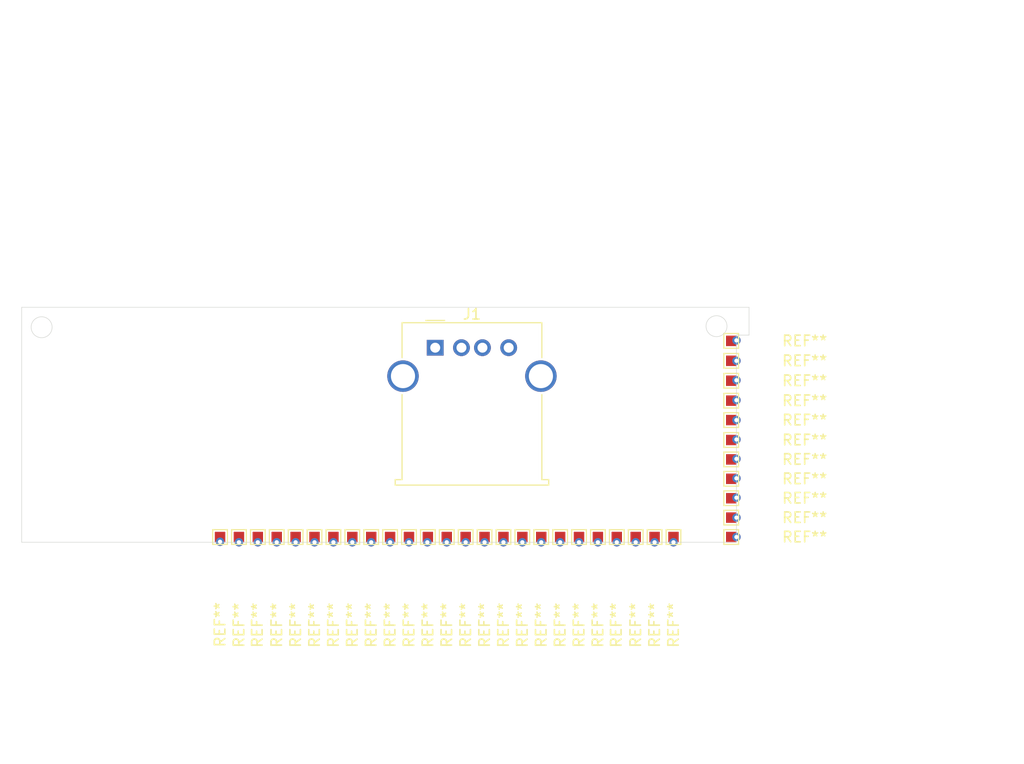
<source format=kicad_pcb>
(kicad_pcb (version 20171130) (host pcbnew "(5.1.10)-1")

  (general
    (thickness 1.6)
    (drawings 38)
    (tracks 37)
    (zones 0)
    (modules 37)
    (nets 6)
  )

  (page A4)
  (layers
    (0 F.Cu signal)
    (31 B.Cu signal)
    (32 B.Adhes user)
    (33 F.Adhes user)
    (34 B.Paste user)
    (35 F.Paste user)
    (36 B.SilkS user)
    (37 F.SilkS user)
    (38 B.Mask user)
    (39 F.Mask user)
    (40 Dwgs.User user hide)
    (41 Cmts.User user)
    (42 Eco1.User user)
    (43 Eco2.User user)
    (44 Edge.Cuts user)
    (45 Margin user)
    (46 B.CrtYd user)
    (47 F.CrtYd user)
    (48 B.Fab user)
    (49 F.Fab user)
  )

  (setup
    (last_trace_width 0.25)
    (trace_clearance 0.2)
    (zone_clearance 0.508)
    (zone_45_only no)
    (trace_min 0.2)
    (via_size 0.8)
    (via_drill 0.4)
    (via_min_size 0.4)
    (via_min_drill 0.3)
    (uvia_size 0.3)
    (uvia_drill 0.1)
    (uvias_allowed no)
    (uvia_min_size 0.2)
    (uvia_min_drill 0.1)
    (edge_width 0.05)
    (segment_width 0.2)
    (pcb_text_width 0.3)
    (pcb_text_size 1.5 1.5)
    (mod_edge_width 0.12)
    (mod_text_size 1 1)
    (mod_text_width 0.15)
    (pad_size 1 1)
    (pad_drill 0)
    (pad_to_mask_clearance 0)
    (aux_axis_origin 0 0)
    (grid_origin 145.316 113.332)
    (visible_elements 7FFFFFFF)
    (pcbplotparams
      (layerselection 0x010fc_ffffffff)
      (usegerberextensions false)
      (usegerberattributes true)
      (usegerberadvancedattributes true)
      (creategerberjobfile true)
      (excludeedgelayer true)
      (linewidth 0.100000)
      (plotframeref false)
      (viasonmask false)
      (mode 1)
      (useauxorigin false)
      (hpglpennumber 1)
      (hpglpenspeed 20)
      (hpglpendiameter 15.000000)
      (psnegative false)
      (psa4output false)
      (plotreference true)
      (plotvalue true)
      (plotinvisibletext false)
      (padsonsilk false)
      (subtractmaskfromsilk false)
      (outputformat 1)
      (mirror false)
      (drillshape 1)
      (scaleselection 1)
      (outputdirectory ""))
  )

  (net 0 "")
  (net 1 "Net-(J1-Pad4)")
  (net 2 "Net-(J1-Pad3)")
  (net 3 "Net-(J1-Pad2)")
  (net 4 "Net-(J1-Pad1)")
  (net 5 "Net-(J1-Pad5)")

  (net_class Default "This is the default net class."
    (clearance 0.2)
    (trace_width 0.25)
    (via_dia 0.8)
    (via_drill 0.4)
    (uvia_dia 0.3)
    (uvia_drill 0.1)
    (add_net "Net-(J1-Pad1)")
    (add_net "Net-(J1-Pad2)")
    (add_net "Net-(J1-Pad3)")
    (add_net "Net-(J1-Pad4)")
    (add_net "Net-(J1-Pad5)")
  )

  (module TestPoint:TestPoint_Pad_1.0x1.0mm (layer F.Cu) (tedit 6122484B) (tstamp 612316CB)
    (at 144.816 101.682)
    (descr "SMD rectangular pad as test Point, square 1.0mm side length")
    (tags "test point SMD pad rectangle square")
    (attr virtual)
    (fp_text reference REF** (at 7 0) (layer F.SilkS)
      (effects (font (size 1 1) (thickness 0.15)))
    )
    (fp_text value Y0 (at 2.9 0) (layer F.Fab)
      (effects (font (size 1 1) (thickness 0.15)))
    )
    (fp_line (start -0.7 -0.7) (end 0.7 -0.7) (layer F.SilkS) (width 0.12))
    (fp_line (start 0.7 -0.7) (end 0.7 0.7) (layer F.SilkS) (width 0.12))
    (fp_line (start 0.7 0.7) (end -0.7 0.7) (layer F.SilkS) (width 0.12))
    (fp_line (start -0.7 0.7) (end -0.7 -0.7) (layer F.SilkS) (width 0.12))
    (fp_line (start -1 -1) (end 1 -1) (layer F.CrtYd) (width 0.05))
    (fp_line (start -1 -1) (end -1 1) (layer F.CrtYd) (width 0.05))
    (fp_line (start 1 1) (end 1 -1) (layer F.CrtYd) (width 0.05))
    (fp_line (start 1 1) (end -1 1) (layer F.CrtYd) (width 0.05))
    (fp_text user %R (at 11.5 0) (layer F.Fab)
      (effects (font (size 1 1) (thickness 0.15)))
    )
    (pad 4 smd rect (at 0 0) (size 1 1) (layers F.Cu F.Mask))
  )

  (module TestPoint:TestPoint_Pad_1.0x1.0mm (layer F.Cu) (tedit 61219136) (tstamp 61230553)
    (at 96.116 112.832)
    (descr "SMD rectangular pad as test Point, square 1.0mm side length")
    (tags "test point SMD pad rectangle square")
    (attr virtual)
    (fp_text reference REF** (at 0 8.35 -270) (layer F.SilkS)
      (effects (font (size 1 1) (thickness 0.15)))
    )
    (fp_text value VDD (at 0 2.85 -90) (layer F.Fab)
      (effects (font (size 1 1) (thickness 0.15)))
    )
    (fp_text user %R (at 0 13.4 -90) (layer F.Fab)
      (effects (font (size 1 1) (thickness 0.15)))
    )
    (fp_line (start 1 1) (end -1 1) (layer F.CrtYd) (width 0.05))
    (fp_line (start 1 1) (end 1 -1) (layer F.CrtYd) (width 0.05))
    (fp_line (start -1 -1) (end -1 1) (layer F.CrtYd) (width 0.05))
    (fp_line (start -1 -1) (end 1 -1) (layer F.CrtYd) (width 0.05))
    (fp_line (start -0.7 0.7) (end -0.7 -0.7) (layer F.SilkS) (width 0.12))
    (fp_line (start 0.7 0.7) (end -0.7 0.7) (layer F.SilkS) (width 0.12))
    (fp_line (start 0.7 -0.7) (end 0.7 0.7) (layer F.SilkS) (width 0.12))
    (fp_line (start -0.7 -0.7) (end 0.7 -0.7) (layer F.SilkS) (width 0.12))
    (pad 35 smd rect (at 0 0) (size 1 1) (layers F.Cu F.Mask))
  )

  (module TestPoint:TestPoint_Pad_1.0x1.0mm (layer F.Cu) (tedit 61219132) (tstamp 612304DE)
    (at 97.916 112.832)
    (descr "SMD rectangular pad as test Point, square 1.0mm side length")
    (tags "test point SMD pad rectangle square")
    (attr virtual)
    (fp_text reference REF** (at 0 8.4 -90) (layer F.SilkS)
      (effects (font (size 1 1) (thickness 0.15)))
    )
    (fp_text value BL3 (at 0 2.75 -90) (layer F.Fab)
      (effects (font (size 1 1) (thickness 0.15)))
    )
    (fp_text user %R (at 0 13.4 -90) (layer F.Fab)
      (effects (font (size 1 1) (thickness 0.15)))
    )
    (fp_line (start 1 1) (end -1 1) (layer F.CrtYd) (width 0.05))
    (fp_line (start 1 1) (end 1 -1) (layer F.CrtYd) (width 0.05))
    (fp_line (start -1 -1) (end -1 1) (layer F.CrtYd) (width 0.05))
    (fp_line (start -1 -1) (end 1 -1) (layer F.CrtYd) (width 0.05))
    (fp_line (start -0.7 0.7) (end -0.7 -0.7) (layer F.SilkS) (width 0.12))
    (fp_line (start 0.7 0.7) (end -0.7 0.7) (layer F.SilkS) (width 0.12))
    (fp_line (start 0.7 -0.7) (end 0.7 0.7) (layer F.SilkS) (width 0.12))
    (fp_line (start -0.7 -0.7) (end 0.7 -0.7) (layer F.SilkS) (width 0.12))
    (pad 34 smd rect (at 0 0) (size 1 1) (layers F.Cu F.Mask))
  )

  (module TestPoint:TestPoint_Pad_1.0x1.0mm (layer F.Cu) (tedit 61219124) (tstamp 6123057A)
    (at 103.316 112.832)
    (descr "SMD rectangular pad as test Point, square 1.0mm side length")
    (tags "test point SMD pad rectangle square")
    (attr virtual)
    (fp_text reference REF** (at 0 8.4 -90) (layer F.SilkS)
      (effects (font (size 1 1) (thickness 0.15)))
    )
    (fp_text value X011 (at 0 3.3 -90) (layer F.Fab)
      (effects (font (size 1 1) (thickness 0.15)))
    )
    (fp_text user %R (at -0.05 13.4 -90) (layer F.Fab)
      (effects (font (size 1 1) (thickness 0.15)))
    )
    (fp_line (start 1 1) (end -1 1) (layer F.CrtYd) (width 0.05))
    (fp_line (start 1 1) (end 1 -1) (layer F.CrtYd) (width 0.05))
    (fp_line (start -1 -1) (end -1 1) (layer F.CrtYd) (width 0.05))
    (fp_line (start -1 -1) (end 1 -1) (layer F.CrtYd) (width 0.05))
    (fp_line (start -0.7 0.7) (end -0.7 -0.7) (layer F.SilkS) (width 0.12))
    (fp_line (start 0.7 0.7) (end -0.7 0.7) (layer F.SilkS) (width 0.12))
    (fp_line (start 0.7 -0.7) (end 0.7 0.7) (layer F.SilkS) (width 0.12))
    (fp_line (start -0.7 -0.7) (end 0.7 -0.7) (layer F.SilkS) (width 0.12))
    (pad 31 smd rect (at 0 0) (size 1 1) (layers F.Cu F.Mask))
  )

  (module TestPoint:TestPoint_Pad_1.0x1.0mm (layer F.Cu) (tedit 6121912A) (tstamp 61230505)
    (at 101.516 112.832)
    (descr "SMD rectangular pad as test Point, square 1.0mm side length")
    (tags "test point SMD pad rectangle square")
    (attr virtual)
    (fp_text reference REF** (at 0 8.4 -90) (layer F.SilkS)
      (effects (font (size 1 1) (thickness 0.15)))
    )
    (fp_text value BL1 (at 0 2.75 -90) (layer F.Fab)
      (effects (font (size 1 1) (thickness 0.15)))
    )
    (fp_text user %R (at 0 13.4 -90) (layer F.Fab)
      (effects (font (size 1 1) (thickness 0.15)))
    )
    (fp_line (start 1 1) (end -1 1) (layer F.CrtYd) (width 0.05))
    (fp_line (start 1 1) (end 1 -1) (layer F.CrtYd) (width 0.05))
    (fp_line (start -1 -1) (end -1 1) (layer F.CrtYd) (width 0.05))
    (fp_line (start -1 -1) (end 1 -1) (layer F.CrtYd) (width 0.05))
    (fp_line (start -0.7 0.7) (end -0.7 -0.7) (layer F.SilkS) (width 0.12))
    (fp_line (start 0.7 0.7) (end -0.7 0.7) (layer F.SilkS) (width 0.12))
    (fp_line (start 0.7 -0.7) (end 0.7 0.7) (layer F.SilkS) (width 0.12))
    (fp_line (start -0.7 -0.7) (end 0.7 -0.7) (layer F.SilkS) (width 0.12))
    (pad 32 smd rect (at 0 0) (size 1 1) (layers F.Cu F.Mask))
  )

  (module TestPoint:TestPoint_Pad_1.0x1.0mm (layer F.Cu) (tedit 6121911D) (tstamp 612305A1)
    (at 105.116 112.832)
    (descr "SMD rectangular pad as test Point, square 1.0mm side length")
    (tags "test point SMD pad rectangle square")
    (attr virtual)
    (fp_text reference REF** (at 0 8.4 -90) (layer F.SilkS)
      (effects (font (size 1 1) (thickness 0.15)))
    )
    (fp_text value X012 (at 0 3.3 -90) (layer F.Fab)
      (effects (font (size 1 1) (thickness 0.15)))
    )
    (fp_text user %R (at 0 13.4 -90) (layer F.Fab)
      (effects (font (size 1 1) (thickness 0.15)))
    )
    (fp_line (start 1 1) (end -1 1) (layer F.CrtYd) (width 0.05))
    (fp_line (start 1 1) (end 1 -1) (layer F.CrtYd) (width 0.05))
    (fp_line (start -1 -1) (end -1 1) (layer F.CrtYd) (width 0.05))
    (fp_line (start -1 -1) (end 1 -1) (layer F.CrtYd) (width 0.05))
    (fp_line (start -0.7 0.7) (end -0.7 -0.7) (layer F.SilkS) (width 0.12))
    (fp_line (start 0.7 0.7) (end -0.7 0.7) (layer F.SilkS) (width 0.12))
    (fp_line (start 0.7 -0.7) (end 0.7 0.7) (layer F.SilkS) (width 0.12))
    (fp_line (start -0.7 -0.7) (end 0.7 -0.7) (layer F.SilkS) (width 0.12))
    (pad 30 smd rect (at 0 0) (size 1 1) (layers F.Cu F.Mask))
  )

  (module TestPoint:TestPoint_Pad_1.0x1.0mm (layer F.Cu) (tedit 6121910B) (tstamp 6123052C)
    (at 110.516 112.832)
    (descr "SMD rectangular pad as test Point, square 1.0mm side length")
    (tags "test point SMD pad rectangle square")
    (attr virtual)
    (fp_text reference REF** (at 0 8.4 -90) (layer F.SilkS)
      (effects (font (size 1 1) (thickness 0.15)))
    )
    (fp_text value X015 (at 0 3.3 -90) (layer F.Fab)
      (effects (font (size 1 1) (thickness 0.15)))
    )
    (fp_text user %R (at 0 13.4 -90) (layer F.Fab)
      (effects (font (size 1 1) (thickness 0.15)))
    )
    (fp_line (start 1 1) (end -1 1) (layer F.CrtYd) (width 0.05))
    (fp_line (start 1 1) (end 1 -1) (layer F.CrtYd) (width 0.05))
    (fp_line (start -1 -1) (end -1 1) (layer F.CrtYd) (width 0.05))
    (fp_line (start -1 -1) (end 1 -1) (layer F.CrtYd) (width 0.05))
    (fp_line (start -0.7 0.7) (end -0.7 -0.7) (layer F.SilkS) (width 0.12))
    (fp_line (start 0.7 0.7) (end -0.7 0.7) (layer F.SilkS) (width 0.12))
    (fp_line (start 0.7 -0.7) (end 0.7 0.7) (layer F.SilkS) (width 0.12))
    (fp_line (start -0.7 -0.7) (end 0.7 -0.7) (layer F.SilkS) (width 0.12))
    (pad 27 smd rect (at 0 0) (size 1 1) (layers F.Cu F.Mask))
  )

  (module TestPoint:TestPoint_Pad_1.0x1.0mm (layer F.Cu) (tedit 61219114) (tstamp 61230616)
    (at 108.716 112.832)
    (descr "SMD rectangular pad as test Point, square 1.0mm side length")
    (tags "test point SMD pad rectangle square")
    (attr virtual)
    (fp_text reference REF** (at 0 8.4 -90) (layer F.SilkS)
      (effects (font (size 1 1) (thickness 0.15)))
    )
    (fp_text value X014 (at 0 3.3 -90) (layer F.Fab)
      (effects (font (size 1 1) (thickness 0.15)))
    )
    (fp_text user %R (at 0 13.4 -90) (layer F.Fab)
      (effects (font (size 1 1) (thickness 0.15)))
    )
    (fp_line (start 1 1) (end -1 1) (layer F.CrtYd) (width 0.05))
    (fp_line (start 1 1) (end 1 -1) (layer F.CrtYd) (width 0.05))
    (fp_line (start -1 -1) (end -1 1) (layer F.CrtYd) (width 0.05))
    (fp_line (start -1 -1) (end 1 -1) (layer F.CrtYd) (width 0.05))
    (fp_line (start -0.7 0.7) (end -0.7 -0.7) (layer F.SilkS) (width 0.12))
    (fp_line (start 0.7 0.7) (end -0.7 0.7) (layer F.SilkS) (width 0.12))
    (fp_line (start 0.7 -0.7) (end 0.7 0.7) (layer F.SilkS) (width 0.12))
    (fp_line (start -0.7 -0.7) (end 0.7 -0.7) (layer F.SilkS) (width 0.12))
    (pad 28 smd rect (at 0 0) (size 1 1) (layers F.Cu F.Mask))
  )

  (module TestPoint:TestPoint_Pad_1.0x1.0mm (layer F.Cu) (tedit 61219119) (tstamp 612305C8)
    (at 106.916 112.832)
    (descr "SMD rectangular pad as test Point, square 1.0mm side length")
    (tags "test point SMD pad rectangle square")
    (attr virtual)
    (fp_text reference REF** (at 0 8.4 -90) (layer F.SilkS)
      (effects (font (size 1 1) (thickness 0.15)))
    )
    (fp_text value X013 (at 0 3.3 -90) (layer F.Fab)
      (effects (font (size 1 1) (thickness 0.15)))
    )
    (fp_text user %R (at 0 13.4 -90) (layer F.Fab)
      (effects (font (size 1 1) (thickness 0.15)))
    )
    (fp_line (start 1 1) (end -1 1) (layer F.CrtYd) (width 0.05))
    (fp_line (start 1 1) (end 1 -1) (layer F.CrtYd) (width 0.05))
    (fp_line (start -1 -1) (end -1 1) (layer F.CrtYd) (width 0.05))
    (fp_line (start -1 -1) (end 1 -1) (layer F.CrtYd) (width 0.05))
    (fp_line (start -0.7 0.7) (end -0.7 -0.7) (layer F.SilkS) (width 0.12))
    (fp_line (start 0.7 0.7) (end -0.7 0.7) (layer F.SilkS) (width 0.12))
    (fp_line (start 0.7 -0.7) (end 0.7 0.7) (layer F.SilkS) (width 0.12))
    (fp_line (start -0.7 -0.7) (end 0.7 -0.7) (layer F.SilkS) (width 0.12))
    (pad 29 smd rect (at 0 0) (size 1 1) (layers F.Cu F.Mask))
  )

  (module TestPoint:TestPoint_Pad_1.0x1.0mm (layer F.Cu) (tedit 6121912E) (tstamp 612305EF)
    (at 99.716 112.832)
    (descr "SMD rectangular pad as test Point, square 1.0mm side length")
    (tags "test point SMD pad rectangle square")
    (attr virtual)
    (fp_text reference REF** (at -0.05 8.4 -90) (layer F.SilkS)
      (effects (font (size 1 1) (thickness 0.15)))
    )
    (fp_text value BL2 (at 0 2.75 -90) (layer F.Fab)
      (effects (font (size 1 1) (thickness 0.15)))
    )
    (fp_text user %R (at 0 13.4 -90) (layer F.Fab)
      (effects (font (size 1 1) (thickness 0.15)))
    )
    (fp_line (start 1 1) (end -1 1) (layer F.CrtYd) (width 0.05))
    (fp_line (start 1 1) (end 1 -1) (layer F.CrtYd) (width 0.05))
    (fp_line (start -1 -1) (end -1 1) (layer F.CrtYd) (width 0.05))
    (fp_line (start -1 -1) (end 1 -1) (layer F.CrtYd) (width 0.05))
    (fp_line (start -0.7 0.7) (end -0.7 -0.7) (layer F.SilkS) (width 0.12))
    (fp_line (start 0.7 0.7) (end -0.7 0.7) (layer F.SilkS) (width 0.12))
    (fp_line (start 0.7 -0.7) (end 0.7 0.7) (layer F.SilkS) (width 0.12))
    (fp_line (start -0.7 -0.7) (end 0.7 -0.7) (layer F.SilkS) (width 0.12))
    (pad 33 smd rect (at 0 0) (size 1 1) (layers F.Cu F.Mask))
  )

  (module TestPoint:TestPoint_Pad_1.0x1.0mm (layer F.Cu) (tedit 61219107) (tstamp 61230295)
    (at 112.316 112.832)
    (descr "SMD rectangular pad as test Point, square 1.0mm side length")
    (tags "test point SMD pad rectangle square")
    (attr virtual)
    (fp_text reference REF** (at 0 8.4 -90) (layer F.SilkS)
      (effects (font (size 1 1) (thickness 0.15)))
    )
    (fp_text value X016 (at 0 3.3 -90) (layer F.Fab)
      (effects (font (size 1 1) (thickness 0.15)))
    )
    (fp_text user %R (at 0 13.4 -90) (layer F.Fab)
      (effects (font (size 1 1) (thickness 0.15)))
    )
    (fp_line (start 1 1) (end -1 1) (layer F.CrtYd) (width 0.05))
    (fp_line (start 1 1) (end 1 -1) (layer F.CrtYd) (width 0.05))
    (fp_line (start -1 -1) (end -1 1) (layer F.CrtYd) (width 0.05))
    (fp_line (start -1 -1) (end 1 -1) (layer F.CrtYd) (width 0.05))
    (fp_line (start -0.7 0.7) (end -0.7 -0.7) (layer F.SilkS) (width 0.12))
    (fp_line (start 0.7 0.7) (end -0.7 0.7) (layer F.SilkS) (width 0.12))
    (fp_line (start 0.7 -0.7) (end 0.7 0.7) (layer F.SilkS) (width 0.12))
    (fp_line (start -0.7 -0.7) (end 0.7 -0.7) (layer F.SilkS) (width 0.12))
    (pad 26 smd rect (at 0 0) (size 1 1) (layers F.Cu F.Mask))
  )

  (module TestPoint:TestPoint_Pad_1.0x1.0mm (layer F.Cu) (tedit 612190F8) (tstamp 612302BC)
    (at 117.716 112.832)
    (descr "SMD rectangular pad as test Point, square 1.0mm side length")
    (tags "test point SMD pad rectangle square")
    (attr virtual)
    (fp_text reference REF** (at 0 8.4 -90) (layer F.SilkS)
      (effects (font (size 1 1) (thickness 0.15)))
    )
    (fp_text value Y5 (at 0 2.35 -90) (layer F.Fab)
      (effects (font (size 1 1) (thickness 0.15)))
    )
    (fp_line (start -0.7 -0.7) (end 0.7 -0.7) (layer F.SilkS) (width 0.12))
    (fp_line (start 0.7 -0.7) (end 0.7 0.7) (layer F.SilkS) (width 0.12))
    (fp_line (start 0.7 0.7) (end -0.7 0.7) (layer F.SilkS) (width 0.12))
    (fp_line (start -0.7 0.7) (end -0.7 -0.7) (layer F.SilkS) (width 0.12))
    (fp_line (start -1 -1) (end 1 -1) (layer F.CrtYd) (width 0.05))
    (fp_line (start -1 -1) (end -1 1) (layer F.CrtYd) (width 0.05))
    (fp_line (start 1 1) (end 1 -1) (layer F.CrtYd) (width 0.05))
    (fp_line (start 1 1) (end -1 1) (layer F.CrtYd) (width 0.05))
    (fp_text user %R (at 0 13.4 -90) (layer F.Fab)
      (effects (font (size 1 1) (thickness 0.15)))
    )
    (pad 23 smd rect (at 0 0) (size 1 1) (layers F.Cu F.Mask))
  )

  (module TestPoint:TestPoint_Pad_1.0x1.0mm (layer F.Cu) (tedit 612190FD) (tstamp 612302E3)
    (at 115.916 112.832)
    (descr "SMD rectangular pad as test Point, square 1.0mm side length")
    (tags "test point SMD pad rectangle square")
    (attr virtual)
    (fp_text reference REF** (at 0 8.4 -90) (layer F.SilkS)
      (effects (font (size 1 1) (thickness 0.15)))
    )
    (fp_text value Y6 (at 0 2.35 -90) (layer F.Fab)
      (effects (font (size 1 1) (thickness 0.15)))
    )
    (fp_line (start -0.7 -0.7) (end 0.7 -0.7) (layer F.SilkS) (width 0.12))
    (fp_line (start 0.7 -0.7) (end 0.7 0.7) (layer F.SilkS) (width 0.12))
    (fp_line (start 0.7 0.7) (end -0.7 0.7) (layer F.SilkS) (width 0.12))
    (fp_line (start -0.7 0.7) (end -0.7 -0.7) (layer F.SilkS) (width 0.12))
    (fp_line (start -1 -1) (end 1 -1) (layer F.CrtYd) (width 0.05))
    (fp_line (start -1 -1) (end -1 1) (layer F.CrtYd) (width 0.05))
    (fp_line (start 1 1) (end 1 -1) (layer F.CrtYd) (width 0.05))
    (fp_line (start 1 1) (end -1 1) (layer F.CrtYd) (width 0.05))
    (fp_text user %R (at 0 13.4 -90) (layer F.Fab)
      (effects (font (size 1 1) (thickness 0.15)))
    )
    (pad 24 smd rect (at 0 0) (size 1 1) (layers F.Cu F.Mask))
  )

  (module TestPoint:TestPoint_Pad_1.0x1.0mm (layer F.Cu) (tedit 612190F0) (tstamp 6123030A)
    (at 119.516 112.832)
    (descr "SMD rectangular pad as test Point, square 1.0mm side length")
    (tags "test point SMD pad rectangle square")
    (attr virtual)
    (fp_text reference REF** (at 0 8.4 -90) (layer F.SilkS)
      (effects (font (size 1 1) (thickness 0.15)))
    )
    (fp_text value Y4 (at 0 2.35 -90) (layer F.Fab)
      (effects (font (size 1 1) (thickness 0.15)))
    )
    (fp_line (start -0.7 -0.7) (end 0.7 -0.7) (layer F.SilkS) (width 0.12))
    (fp_line (start 0.7 -0.7) (end 0.7 0.7) (layer F.SilkS) (width 0.12))
    (fp_line (start 0.7 0.7) (end -0.7 0.7) (layer F.SilkS) (width 0.12))
    (fp_line (start -0.7 0.7) (end -0.7 -0.7) (layer F.SilkS) (width 0.12))
    (fp_line (start -1 -1) (end 1 -1) (layer F.CrtYd) (width 0.05))
    (fp_line (start -1 -1) (end -1 1) (layer F.CrtYd) (width 0.05))
    (fp_line (start 1 1) (end 1 -1) (layer F.CrtYd) (width 0.05))
    (fp_line (start 1 1) (end -1 1) (layer F.CrtYd) (width 0.05))
    (fp_text user %R (at 0 13.4 -90) (layer F.Fab)
      (effects (font (size 1 1) (thickness 0.15)))
    )
    (pad 22 smd rect (at 0 0) (size 1 1) (layers F.Cu F.Mask))
  )

  (module TestPoint:TestPoint_Pad_1.0x1.0mm (layer F.Cu) (tedit 6121906C) (tstamp 61230331)
    (at 124.916 112.832)
    (descr "SMD rectangular pad as test Point, square 1.0mm side length")
    (tags "test point SMD pad rectangle square")
    (attr virtual)
    (fp_text reference REF** (at 0 8.4 -90) (layer F.SilkS)
      (effects (font (size 1 1) (thickness 0.15)))
    )
    (fp_text value Y1 (at 0 2.35 -90) (layer F.Fab)
      (effects (font (size 1 1) (thickness 0.15)))
    )
    (fp_line (start -0.7 -0.7) (end 0.7 -0.7) (layer F.SilkS) (width 0.12))
    (fp_line (start 0.7 -0.7) (end 0.7 0.7) (layer F.SilkS) (width 0.12))
    (fp_line (start 0.7 0.7) (end -0.7 0.7) (layer F.SilkS) (width 0.12))
    (fp_line (start -0.7 0.7) (end -0.7 -0.7) (layer F.SilkS) (width 0.12))
    (fp_line (start -1 -1) (end 1 -1) (layer F.CrtYd) (width 0.05))
    (fp_line (start -1 -1) (end -1 1) (layer F.CrtYd) (width 0.05))
    (fp_line (start 1 1) (end 1 -1) (layer F.CrtYd) (width 0.05))
    (fp_line (start 1 1) (end -1 1) (layer F.CrtYd) (width 0.05))
    (fp_text user %R (at 0 13.4 -90) (layer F.Fab)
      (effects (font (size 1 1) (thickness 0.15)))
    )
    (pad 19 smd rect (at 0 0) (size 1 1) (layers F.Cu F.Mask))
  )

  (module TestPoint:TestPoint_Pad_1.0x1.0mm (layer F.Cu) (tedit 612190E8) (tstamp 61230358)
    (at 123.116 112.832)
    (descr "SMD rectangular pad as test Point, square 1.0mm side length")
    (tags "test point SMD pad rectangle square")
    (attr virtual)
    (fp_text reference REF** (at 0 8.4 -90) (layer F.SilkS)
      (effects (font (size 1 1) (thickness 0.15)))
    )
    (fp_text value Y2 (at 0 2.35 -90) (layer F.Fab)
      (effects (font (size 1 1) (thickness 0.15)))
    )
    (fp_line (start -0.7 -0.7) (end 0.7 -0.7) (layer F.SilkS) (width 0.12))
    (fp_line (start 0.7 -0.7) (end 0.7 0.7) (layer F.SilkS) (width 0.12))
    (fp_line (start 0.7 0.7) (end -0.7 0.7) (layer F.SilkS) (width 0.12))
    (fp_line (start -0.7 0.7) (end -0.7 -0.7) (layer F.SilkS) (width 0.12))
    (fp_line (start -1 -1) (end 1 -1) (layer F.CrtYd) (width 0.05))
    (fp_line (start -1 -1) (end -1 1) (layer F.CrtYd) (width 0.05))
    (fp_line (start 1 1) (end 1 -1) (layer F.CrtYd) (width 0.05))
    (fp_line (start 1 1) (end -1 1) (layer F.CrtYd) (width 0.05))
    (fp_text user %R (at 0 13.4 -90) (layer F.Fab)
      (effects (font (size 1 1) (thickness 0.15)))
    )
    (pad 20 smd rect (at 0 0) (size 1 1) (layers F.Cu F.Mask))
  )

  (module TestPoint:TestPoint_Pad_1.0x1.0mm (layer F.Cu) (tedit 612190EC) (tstamp 6123037F)
    (at 121.316 112.832)
    (descr "SMD rectangular pad as test Point, square 1.0mm side length")
    (tags "test point SMD pad rectangle square")
    (attr virtual)
    (fp_text reference REF** (at 0 8.4 -90) (layer F.SilkS)
      (effects (font (size 1 1) (thickness 0.15)))
    )
    (fp_text value Y3 (at 0 2.35 -90) (layer F.Fab)
      (effects (font (size 1 1) (thickness 0.15)))
    )
    (fp_line (start -0.7 -0.7) (end 0.7 -0.7) (layer F.SilkS) (width 0.12))
    (fp_line (start 0.7 -0.7) (end 0.7 0.7) (layer F.SilkS) (width 0.12))
    (fp_line (start 0.7 0.7) (end -0.7 0.7) (layer F.SilkS) (width 0.12))
    (fp_line (start -0.7 0.7) (end -0.7 -0.7) (layer F.SilkS) (width 0.12))
    (fp_line (start -1 -1) (end 1 -1) (layer F.CrtYd) (width 0.05))
    (fp_line (start -1 -1) (end -1 1) (layer F.CrtYd) (width 0.05))
    (fp_line (start 1 1) (end 1 -1) (layer F.CrtYd) (width 0.05))
    (fp_line (start 1 1) (end -1 1) (layer F.CrtYd) (width 0.05))
    (fp_text user %R (at 0 13.4 -90) (layer F.Fab)
      (effects (font (size 1 1) (thickness 0.15)))
    )
    (pad 21 smd rect (at 0 0) (size 1 1) (layers F.Cu F.Mask))
  )

  (module TestPoint:TestPoint_Pad_1.0x1.0mm (layer F.Cu) (tedit 61219102) (tstamp 6123041B)
    (at 114.116 112.832)
    (descr "SMD rectangular pad as test Point, square 1.0mm side length")
    (tags "test point SMD pad rectangle square")
    (attr virtual)
    (fp_text reference REF** (at 0 8.4 -90) (layer F.SilkS)
      (effects (font (size 1 1) (thickness 0.15)))
    )
    (fp_text value Y7 (at 0 2.35 -90) (layer F.Fab)
      (effects (font (size 1 1) (thickness 0.15)))
    )
    (fp_text user %R (at 0 13.4 -90) (layer F.Fab)
      (effects (font (size 1 1) (thickness 0.15)))
    )
    (fp_line (start 1 1) (end -1 1) (layer F.CrtYd) (width 0.05))
    (fp_line (start 1 1) (end 1 -1) (layer F.CrtYd) (width 0.05))
    (fp_line (start -1 -1) (end -1 1) (layer F.CrtYd) (width 0.05))
    (fp_line (start -1 -1) (end 1 -1) (layer F.CrtYd) (width 0.05))
    (fp_line (start -0.7 0.7) (end -0.7 -0.7) (layer F.SilkS) (width 0.12))
    (fp_line (start 0.7 0.7) (end -0.7 0.7) (layer F.SilkS) (width 0.12))
    (fp_line (start 0.7 -0.7) (end 0.7 0.7) (layer F.SilkS) (width 0.12))
    (fp_line (start -0.7 -0.7) (end 0.7 -0.7) (layer F.SilkS) (width 0.12))
    (pad 25 smd rect (at 0 0) (size 1 1) (layers F.Cu F.Mask))
  )

  (module TestPoint:TestPoint_Pad_1.0x1.0mm (layer F.Cu) (tedit 61219067) (tstamp 612303A6)
    (at 126.716 112.832)
    (descr "SMD rectangular pad as test Point, square 1.0mm side length")
    (tags "test point SMD pad rectangle square")
    (attr virtual)
    (fp_text reference REF** (at 0 8.4 -90) (layer F.SilkS)
      (effects (font (size 1 1) (thickness 0.15)))
    )
    (fp_text value X16 (at 0 2.8 -90) (layer F.Fab)
      (effects (font (size 1 1) (thickness 0.15)))
    )
    (fp_line (start -0.7 -0.7) (end 0.7 -0.7) (layer F.SilkS) (width 0.12))
    (fp_line (start 0.7 -0.7) (end 0.7 0.7) (layer F.SilkS) (width 0.12))
    (fp_line (start 0.7 0.7) (end -0.7 0.7) (layer F.SilkS) (width 0.12))
    (fp_line (start -0.7 0.7) (end -0.7 -0.7) (layer F.SilkS) (width 0.12))
    (fp_line (start -1 -1) (end 1 -1) (layer F.CrtYd) (width 0.05))
    (fp_line (start -1 -1) (end -1 1) (layer F.CrtYd) (width 0.05))
    (fp_line (start 1 1) (end 1 -1) (layer F.CrtYd) (width 0.05))
    (fp_line (start 1 1) (end -1 1) (layer F.CrtYd) (width 0.05))
    (fp_text user %R (at 0 13.4 -90) (layer F.Fab)
      (effects (font (size 1 1) (thickness 0.15)))
    )
    (pad 18 smd rect (at 0 0) (size 1 1) (layers F.Cu F.Mask))
  )

  (module TestPoint:TestPoint_Pad_1.0x1.0mm (layer F.Cu) (tedit 61219053) (tstamp 612303CD)
    (at 132.116 112.832)
    (descr "SMD rectangular pad as test Point, square 1.0mm side length")
    (tags "test point SMD pad rectangle square")
    (attr virtual)
    (fp_text reference REF** (at 0 8.4 -90) (layer F.SilkS)
      (effects (font (size 1 1) (thickness 0.15)))
    )
    (fp_text value X13 (at 0 2.8 -90) (layer F.Fab)
      (effects (font (size 1 1) (thickness 0.15)))
    )
    (fp_line (start -0.7 -0.7) (end 0.7 -0.7) (layer F.SilkS) (width 0.12))
    (fp_line (start 0.7 -0.7) (end 0.7 0.7) (layer F.SilkS) (width 0.12))
    (fp_line (start 0.7 0.7) (end -0.7 0.7) (layer F.SilkS) (width 0.12))
    (fp_line (start -0.7 0.7) (end -0.7 -0.7) (layer F.SilkS) (width 0.12))
    (fp_line (start -1 -1) (end 1 -1) (layer F.CrtYd) (width 0.05))
    (fp_line (start -1 -1) (end -1 1) (layer F.CrtYd) (width 0.05))
    (fp_line (start 1 1) (end 1 -1) (layer F.CrtYd) (width 0.05))
    (fp_line (start 1 1) (end -1 1) (layer F.CrtYd) (width 0.05))
    (fp_text user %R (at 0 13.4 -90) (layer F.Fab)
      (effects (font (size 1 1) (thickness 0.15)))
    )
    (pad 15 smd rect (at 0 0) (size 1 1) (layers F.Cu F.Mask))
  )

  (module TestPoint:TestPoint_Pad_1.0x1.0mm (layer F.Cu) (tedit 61219057) (tstamp 612303F4)
    (at 130.316 112.832)
    (descr "SMD rectangular pad as test Point, square 1.0mm side length")
    (tags "test point SMD pad rectangle square")
    (attr virtual)
    (fp_text reference REF** (at 0 8.4 -90) (layer F.SilkS)
      (effects (font (size 1 1) (thickness 0.15)))
    )
    (fp_text value X14 (at 0 2.8 -90) (layer F.Fab)
      (effects (font (size 1 1) (thickness 0.15)))
    )
    (fp_line (start -0.7 -0.7) (end 0.7 -0.7) (layer F.SilkS) (width 0.12))
    (fp_line (start 0.7 -0.7) (end 0.7 0.7) (layer F.SilkS) (width 0.12))
    (fp_line (start 0.7 0.7) (end -0.7 0.7) (layer F.SilkS) (width 0.12))
    (fp_line (start -0.7 0.7) (end -0.7 -0.7) (layer F.SilkS) (width 0.12))
    (fp_line (start -1 -1) (end 1 -1) (layer F.CrtYd) (width 0.05))
    (fp_line (start -1 -1) (end -1 1) (layer F.CrtYd) (width 0.05))
    (fp_line (start 1 1) (end 1 -1) (layer F.CrtYd) (width 0.05))
    (fp_line (start 1 1) (end -1 1) (layer F.CrtYd) (width 0.05))
    (fp_text user %R (at 0 13.4 -90) (layer F.Fab)
      (effects (font (size 1 1) (thickness 0.15)))
    )
    (pad 16 smd rect (at 0 0) (size 1 1) (layers F.Cu F.Mask))
  )

  (module TestPoint:TestPoint_Pad_1.0x1.0mm (layer F.Cu) (tedit 6121905F) (tstamp 612304B7)
    (at 128.516 112.832)
    (descr "SMD rectangular pad as test Point, square 1.0mm side length")
    (tags "test point SMD pad rectangle square")
    (attr virtual)
    (fp_text reference REF** (at 0 8.4 -90) (layer F.SilkS)
      (effects (font (size 1 1) (thickness 0.15)))
    )
    (fp_text value X15 (at 0 2.85 -90) (layer F.Fab)
      (effects (font (size 1 1) (thickness 0.15)))
    )
    (fp_line (start -0.7 -0.7) (end 0.7 -0.7) (layer F.SilkS) (width 0.12))
    (fp_line (start 0.7 -0.7) (end 0.7 0.7) (layer F.SilkS) (width 0.12))
    (fp_line (start 0.7 0.7) (end -0.7 0.7) (layer F.SilkS) (width 0.12))
    (fp_line (start -0.7 0.7) (end -0.7 -0.7) (layer F.SilkS) (width 0.12))
    (fp_line (start -1 -1) (end 1 -1) (layer F.CrtYd) (width 0.05))
    (fp_line (start -1 -1) (end -1 1) (layer F.CrtYd) (width 0.05))
    (fp_line (start 1 1) (end 1 -1) (layer F.CrtYd) (width 0.05))
    (fp_line (start 1 1) (end -1 1) (layer F.CrtYd) (width 0.05))
    (fp_text user %R (at 0 13.4 -90) (layer F.Fab)
      (effects (font (size 1 1) (thickness 0.15)))
    )
    (pad 17 smd rect (at 0 0) (size 1 1) (layers F.Cu F.Mask))
  )

  (module TestPoint:TestPoint_Pad_1.0x1.0mm (layer F.Cu) (tedit 61219042) (tstamp 61230490)
    (at 135.716 112.832)
    (descr "SMD rectangular pad as test Point, square 1.0mm side length")
    (tags "test point SMD pad rectangle square")
    (attr virtual)
    (fp_text reference REF** (at 0 8.4 -90) (layer F.SilkS)
      (effects (font (size 1 1) (thickness 0.15)))
    )
    (fp_text value X11 (at 0 2.75 -90) (layer F.Fab)
      (effects (font (size 1 1) (thickness 0.15)))
    )
    (fp_line (start -0.7 -0.7) (end 0.7 -0.7) (layer F.SilkS) (width 0.12))
    (fp_line (start 0.7 -0.7) (end 0.7 0.7) (layer F.SilkS) (width 0.12))
    (fp_line (start 0.7 0.7) (end -0.7 0.7) (layer F.SilkS) (width 0.12))
    (fp_line (start -0.7 0.7) (end -0.7 -0.7) (layer F.SilkS) (width 0.12))
    (fp_line (start -1 -1) (end 1 -1) (layer F.CrtYd) (width 0.05))
    (fp_line (start -1 -1) (end -1 1) (layer F.CrtYd) (width 0.05))
    (fp_line (start 1 1) (end 1 -1) (layer F.CrtYd) (width 0.05))
    (fp_line (start 1 1) (end -1 1) (layer F.CrtYd) (width 0.05))
    (fp_text user %R (at 0 13.4 -90) (layer F.Fab)
      (effects (font (size 1 1) (thickness 0.15)))
    )
    (pad 13 smd rect (at 0 0) (size 1 1) (layers F.Cu F.Mask))
  )

  (module TestPoint:TestPoint_Pad_1.0x1.0mm (layer F.Cu) (tedit 6121904F) (tstamp 61230442)
    (at 133.916 112.832)
    (descr "SMD rectangular pad as test Point, square 1.0mm side length")
    (tags "test point SMD pad rectangle square")
    (attr virtual)
    (fp_text reference REF** (at -0.05 8.4 -90) (layer F.SilkS)
      (effects (font (size 1 1) (thickness 0.15)))
    )
    (fp_text value X12 (at 0 2.8 -90) (layer F.Fab)
      (effects (font (size 1 1) (thickness 0.15)))
    )
    (fp_line (start -0.7 -0.7) (end 0.7 -0.7) (layer F.SilkS) (width 0.12))
    (fp_line (start 0.7 -0.7) (end 0.7 0.7) (layer F.SilkS) (width 0.12))
    (fp_line (start 0.7 0.7) (end -0.7 0.7) (layer F.SilkS) (width 0.12))
    (fp_line (start -0.7 0.7) (end -0.7 -0.7) (layer F.SilkS) (width 0.12))
    (fp_line (start -1 -1) (end 1 -1) (layer F.CrtYd) (width 0.05))
    (fp_line (start -1 -1) (end -1 1) (layer F.CrtYd) (width 0.05))
    (fp_line (start 1 1) (end 1 -1) (layer F.CrtYd) (width 0.05))
    (fp_line (start 1 1) (end -1 1) (layer F.CrtYd) (width 0.05))
    (fp_text user %R (at 0 13.4 -90) (layer F.Fab)
      (effects (font (size 1 1) (thickness 0.15)))
    )
    (pad 14 smd rect (at 0 0) (size 1 1) (layers F.Cu F.Mask))
  )

  (module TestPoint:TestPoint_Pad_1.0x1.0mm (layer F.Cu) (tedit 6121903C) (tstamp 61230469)
    (at 137.516 112.832)
    (descr "SMD rectangular pad as test Point, square 1.0mm side length")
    (tags "test point SMD pad rectangle square")
    (attr virtual)
    (fp_text reference REF** (at 0 8.4 -90) (layer F.SilkS)
      (effects (font (size 1 1) (thickness 0.15)))
    )
    (fp_text value X10 (at 0 2.75 -90) (layer F.Fab)
      (effects (font (size 1 1) (thickness 0.15)))
    )
    (fp_line (start -0.7 -0.7) (end 0.7 -0.7) (layer F.SilkS) (width 0.12))
    (fp_line (start 0.7 -0.7) (end 0.7 0.7) (layer F.SilkS) (width 0.12))
    (fp_line (start 0.7 0.7) (end -0.7 0.7) (layer F.SilkS) (width 0.12))
    (fp_line (start -0.7 0.7) (end -0.7 -0.7) (layer F.SilkS) (width 0.12))
    (fp_line (start -1 -1) (end 1 -1) (layer F.CrtYd) (width 0.05))
    (fp_line (start -1 -1) (end -1 1) (layer F.CrtYd) (width 0.05))
    (fp_line (start 1 1) (end 1 -1) (layer F.CrtYd) (width 0.05))
    (fp_line (start 1 1) (end -1 1) (layer F.CrtYd) (width 0.05))
    (fp_text user %R (at 0 13.4 -90) (layer F.Fab)
      (effects (font (size 1 1) (thickness 0.15)))
    )
    (pad 12 smd rect (at 0 0) (size 1 1) (layers F.Cu F.Mask))
  )

  (module TestPoint:TestPoint_Pad_1.0x1.0mm (layer F.Cu) (tedit 61219039) (tstamp 6121851F)
    (at 139.316 112.832)
    (descr "SMD rectangular pad as test Point, square 1.0mm side length")
    (tags "test point SMD pad rectangle square")
    (attr virtual)
    (fp_text reference REF** (at 0 8.4 -90) (layer F.SilkS)
      (effects (font (size 1 1) (thickness 0.15)))
    )
    (fp_text value X9 (at 0 2.3 -90) (layer F.Fab)
      (effects (font (size 1 1) (thickness 0.15)))
    )
    (fp_line (start -0.7 -0.7) (end 0.7 -0.7) (layer F.SilkS) (width 0.12))
    (fp_line (start 0.7 -0.7) (end 0.7 0.7) (layer F.SilkS) (width 0.12))
    (fp_line (start 0.7 0.7) (end -0.7 0.7) (layer F.SilkS) (width 0.12))
    (fp_line (start -0.7 0.7) (end -0.7 -0.7) (layer F.SilkS) (width 0.12))
    (fp_line (start -1 -1) (end 1 -1) (layer F.CrtYd) (width 0.05))
    (fp_line (start -1 -1) (end -1 1) (layer F.CrtYd) (width 0.05))
    (fp_line (start 1 1) (end 1 -1) (layer F.CrtYd) (width 0.05))
    (fp_line (start 1 1) (end -1 1) (layer F.CrtYd) (width 0.05))
    (fp_text user %R (at 0 13.4 -90) (layer F.Fab)
      (effects (font (size 1 1) (thickness 0.15)))
    )
    (pad 11 smd rect (at 0 0) (size 1 1) (layers F.Cu F.Mask))
  )

  (module TestPoint:TestPoint_Pad_1.0x1.0mm (layer F.Cu) (tedit 6122485B) (tstamp 612319B7)
    (at 144.816 94.132)
    (descr "SMD rectangular pad as test Point, square 1.0mm side length")
    (tags "test point SMD pad rectangle square")
    (attr virtual)
    (fp_text reference REF** (at 7 0) (layer F.SilkS)
      (effects (font (size 1 1) (thickness 0.15)))
    )
    (fp_text value 5V (at 2.8 0) (layer F.Fab)
      (effects (font (size 1 1) (thickness 0.15)))
    )
    (fp_line (start -0.7 -0.7) (end 0.7 -0.7) (layer F.SilkS) (width 0.12))
    (fp_line (start 0.7 -0.7) (end 0.7 0.7) (layer F.SilkS) (width 0.12))
    (fp_line (start 0.7 0.7) (end -0.7 0.7) (layer F.SilkS) (width 0.12))
    (fp_line (start -0.7 0.7) (end -0.7 -0.7) (layer F.SilkS) (width 0.12))
    (fp_line (start -1 -1) (end 1 -1) (layer F.CrtYd) (width 0.05))
    (fp_line (start -1 -1) (end -1 1) (layer F.CrtYd) (width 0.05))
    (fp_line (start 1 1) (end 1 -1) (layer F.CrtYd) (width 0.05))
    (fp_line (start 1 1) (end -1 1) (layer F.CrtYd) (width 0.05))
    (fp_text user %R (at 11.5 0) (layer F.Fab)
      (effects (font (size 1 1) (thickness 0.15)))
    )
    (pad 0 smd rect (at 0 0) (size 1 1) (layers F.Cu F.Mask)
      (net 4 "Net-(J1-Pad1)"))
  )

  (module TestPoint:TestPoint_Pad_1.0x1.0mm (layer F.Cu) (tedit 61224856) (tstamp 612172F0)
    (at 144.816 96.032)
    (descr "SMD rectangular pad as test Point, square 1.0mm side length")
    (tags "test point SMD pad rectangle square")
    (attr virtual)
    (fp_text reference REF** (at 7 0) (layer F.SilkS)
      (effects (font (size 1 1) (thickness 0.15)))
    )
    (fp_text value X0 (at 2.9 0) (layer F.Fab)
      (effects (font (size 1 1) (thickness 0.15)))
    )
    (fp_line (start -0.7 -0.7) (end 0.7 -0.7) (layer F.SilkS) (width 0.12))
    (fp_line (start 0.7 -0.7) (end 0.7 0.7) (layer F.SilkS) (width 0.12))
    (fp_line (start 0.7 0.7) (end -0.7 0.7) (layer F.SilkS) (width 0.12))
    (fp_line (start -0.7 0.7) (end -0.7 -0.7) (layer F.SilkS) (width 0.12))
    (fp_line (start -1 -1) (end 1 -1) (layer F.CrtYd) (width 0.05))
    (fp_line (start -1 -1) (end -1 1) (layer F.CrtYd) (width 0.05))
    (fp_line (start 1 1) (end 1 -1) (layer F.CrtYd) (width 0.05))
    (fp_line (start 1 1) (end -1 1) (layer F.CrtYd) (width 0.05))
    (fp_text user %R (at 11.5 0) (layer F.Fab)
      (effects (font (size 1 1) (thickness 0.15)))
    )
    (pad 1 smd rect (at 0 0) (size 1 1) (layers F.Cu F.Mask))
  )

  (module TestPoint:TestPoint_Pad_1.0x1.0mm (layer F.Cu) (tedit 61224852) (tstamp 61231A09)
    (at 144.816 97.932)
    (descr "SMD rectangular pad as test Point, square 1.0mm side length")
    (tags "test point SMD pad rectangle square")
    (attr virtual)
    (fp_text reference REF** (at 7 0) (layer F.SilkS)
      (effects (font (size 1 1) (thickness 0.15)))
    )
    (fp_text value X1 (at 2.9 0) (layer F.Fab)
      (effects (font (size 1 1) (thickness 0.15)))
    )
    (fp_line (start -0.7 -0.7) (end 0.7 -0.7) (layer F.SilkS) (width 0.12))
    (fp_line (start 0.7 -0.7) (end 0.7 0.7) (layer F.SilkS) (width 0.12))
    (fp_line (start 0.7 0.7) (end -0.7 0.7) (layer F.SilkS) (width 0.12))
    (fp_line (start -0.7 0.7) (end -0.7 -0.7) (layer F.SilkS) (width 0.12))
    (fp_line (start -1 -1) (end 1 -1) (layer F.CrtYd) (width 0.05))
    (fp_line (start -1 -1) (end -1 1) (layer F.CrtYd) (width 0.05))
    (fp_line (start 1 1) (end 1 -1) (layer F.CrtYd) (width 0.05))
    (fp_line (start 1 1) (end -1 1) (layer F.CrtYd) (width 0.05))
    (fp_text user %R (at 11.5 0) (layer F.Fab)
      (effects (font (size 1 1) (thickness 0.15)))
    )
    (pad 2 smd rect (at 0 0) (size 1 1) (layers F.Cu F.Mask))
  )

  (module TestPoint:TestPoint_Pad_1.0x1.0mm (layer F.Cu) (tedit 6122484E) (tstamp 612172F0)
    (at 144.816 99.832)
    (descr "SMD rectangular pad as test Point, square 1.0mm side length")
    (tags "test point SMD pad rectangle square")
    (attr virtual)
    (fp_text reference REF** (at 7 0) (layer F.SilkS)
      (effects (font (size 1 1) (thickness 0.15)))
    )
    (fp_text value X2 (at 2.9 0) (layer F.Fab)
      (effects (font (size 1 1) (thickness 0.15)))
    )
    (fp_line (start -0.7 -0.7) (end 0.7 -0.7) (layer F.SilkS) (width 0.12))
    (fp_line (start 0.7 -0.7) (end 0.7 0.7) (layer F.SilkS) (width 0.12))
    (fp_line (start 0.7 0.7) (end -0.7 0.7) (layer F.SilkS) (width 0.12))
    (fp_line (start -0.7 0.7) (end -0.7 -0.7) (layer F.SilkS) (width 0.12))
    (fp_line (start -1 -1) (end 1 -1) (layer F.CrtYd) (width 0.05))
    (fp_line (start -1 -1) (end -1 1) (layer F.CrtYd) (width 0.05))
    (fp_line (start 1 1) (end 1 -1) (layer F.CrtYd) (width 0.05))
    (fp_line (start 1 1) (end -1 1) (layer F.CrtYd) (width 0.05))
    (fp_text user %R (at 11.5 0) (layer F.Fab)
      (effects (font (size 1 1) (thickness 0.15)))
    )
    (pad 3 smd rect (at 0 0) (size 1 1) (layers F.Cu F.Mask))
  )

  (module TestPoint:TestPoint_Pad_1.0x1.0mm (layer F.Cu) (tedit 6121825F) (tstamp 612172F0)
    (at 144.816 103.582)
    (descr "SMD rectangular pad as test Point, square 1.0mm side length")
    (tags "test point SMD pad rectangle square")
    (attr virtual)
    (fp_text reference REF** (at 7 0) (layer F.SilkS)
      (effects (font (size 1 1) (thickness 0.15)))
    )
    (fp_text value X3 (at 2.9 0) (layer F.Fab)
      (effects (font (size 1 1) (thickness 0.15)))
    )
    (fp_line (start -0.7 -0.7) (end 0.7 -0.7) (layer F.SilkS) (width 0.12))
    (fp_line (start 0.7 -0.7) (end 0.7 0.7) (layer F.SilkS) (width 0.12))
    (fp_line (start 0.7 0.7) (end -0.7 0.7) (layer F.SilkS) (width 0.12))
    (fp_line (start -0.7 0.7) (end -0.7 -0.7) (layer F.SilkS) (width 0.12))
    (fp_line (start -1 -1) (end 1 -1) (layer F.CrtYd) (width 0.05))
    (fp_line (start -1 -1) (end -1 1) (layer F.CrtYd) (width 0.05))
    (fp_line (start 1 1) (end 1 -1) (layer F.CrtYd) (width 0.05))
    (fp_line (start 1 1) (end -1 1) (layer F.CrtYd) (width 0.05))
    (fp_text user %R (at 11.5 0) (layer F.Fab)
      (effects (font (size 1 1) (thickness 0.15)))
    )
    (pad 5 smd rect (at 0 0) (size 1 1) (layers F.Cu F.Mask))
  )

  (module TestPoint:TestPoint_Pad_1.0x1.0mm (layer F.Cu) (tedit 61218263) (tstamp 61231B6D)
    (at 144.816 105.432)
    (descr "SMD rectangular pad as test Point, square 1.0mm side length")
    (tags "test point SMD pad rectangle square")
    (attr virtual)
    (fp_text reference REF** (at 7 0) (layer F.SilkS)
      (effects (font (size 1 1) (thickness 0.15)))
    )
    (fp_text value X4 (at 2.9 0) (layer F.Fab)
      (effects (font (size 1 1) (thickness 0.15)))
    )
    (fp_line (start -0.7 -0.7) (end 0.7 -0.7) (layer F.SilkS) (width 0.12))
    (fp_line (start 0.7 -0.7) (end 0.7 0.7) (layer F.SilkS) (width 0.12))
    (fp_line (start 0.7 0.7) (end -0.7 0.7) (layer F.SilkS) (width 0.12))
    (fp_line (start -0.7 0.7) (end -0.7 -0.7) (layer F.SilkS) (width 0.12))
    (fp_line (start -1 -1) (end 1 -1) (layer F.CrtYd) (width 0.05))
    (fp_line (start -1 -1) (end -1 1) (layer F.CrtYd) (width 0.05))
    (fp_line (start 1 1) (end 1 -1) (layer F.CrtYd) (width 0.05))
    (fp_line (start 1 1) (end -1 1) (layer F.CrtYd) (width 0.05))
    (fp_text user %R (at 11.5 0) (layer F.Fab)
      (effects (font (size 1 1) (thickness 0.15)))
    )
    (pad 6 smd rect (at 0 0) (size 1 1) (layers F.Cu F.Mask))
  )

  (module TestPoint:TestPoint_Pad_1.0x1.0mm (layer F.Cu) (tedit 61218266) (tstamp 612168A2)
    (at 144.816 107.282)
    (descr "SMD rectangular pad as test Point, square 1.0mm side length")
    (tags "test point SMD pad rectangle square")
    (attr virtual)
    (fp_text reference REF** (at 7 0) (layer F.SilkS)
      (effects (font (size 1 1) (thickness 0.15)))
    )
    (fp_text value X5 (at 2.9 0) (layer F.Fab)
      (effects (font (size 1 1) (thickness 0.15)))
    )
    (fp_line (start -0.7 -0.7) (end 0.7 -0.7) (layer F.SilkS) (width 0.12))
    (fp_line (start 0.7 -0.7) (end 0.7 0.7) (layer F.SilkS) (width 0.12))
    (fp_line (start 0.7 0.7) (end -0.7 0.7) (layer F.SilkS) (width 0.12))
    (fp_line (start -0.7 0.7) (end -0.7 -0.7) (layer F.SilkS) (width 0.12))
    (fp_line (start -1 -1) (end 1 -1) (layer F.CrtYd) (width 0.05))
    (fp_line (start -1 -1) (end -1 1) (layer F.CrtYd) (width 0.05))
    (fp_line (start 1 1) (end 1 -1) (layer F.CrtYd) (width 0.05))
    (fp_line (start 1 1) (end -1 1) (layer F.CrtYd) (width 0.05))
    (fp_text user %R (at 11.5 0) (layer F.Fab)
      (effects (font (size 1 1) (thickness 0.15)))
    )
    (pad 7 smd rect (at 0 0) (size 1 1) (layers F.Cu F.Mask))
  )

  (module TestPoint:TestPoint_Pad_1.0x1.0mm (layer F.Cu) (tedit 6121826A) (tstamp 612168A2)
    (at 144.816 109.132)
    (descr "SMD rectangular pad as test Point, square 1.0mm side length")
    (tags "test point SMD pad rectangle square")
    (attr virtual)
    (fp_text reference REF** (at 7 0) (layer F.SilkS)
      (effects (font (size 1 1) (thickness 0.15)))
    )
    (fp_text value X6 (at 2.9 0) (layer F.Fab)
      (effects (font (size 1 1) (thickness 0.15)))
    )
    (fp_line (start -0.7 -0.7) (end 0.7 -0.7) (layer F.SilkS) (width 0.12))
    (fp_line (start 0.7 -0.7) (end 0.7 0.7) (layer F.SilkS) (width 0.12))
    (fp_line (start 0.7 0.7) (end -0.7 0.7) (layer F.SilkS) (width 0.12))
    (fp_line (start -0.7 0.7) (end -0.7 -0.7) (layer F.SilkS) (width 0.12))
    (fp_line (start -1 -1) (end 1 -1) (layer F.CrtYd) (width 0.05))
    (fp_line (start -1 -1) (end -1 1) (layer F.CrtYd) (width 0.05))
    (fp_line (start 1 1) (end 1 -1) (layer F.CrtYd) (width 0.05))
    (fp_line (start 1 1) (end -1 1) (layer F.CrtYd) (width 0.05))
    (fp_text user %R (at 11.5 0) (layer F.Fab)
      (effects (font (size 1 1) (thickness 0.15)))
    )
    (pad 8 smd rect (at 0 0) (size 1 1) (layers F.Cu F.Mask))
  )

  (module TestPoint:TestPoint_Pad_1.0x1.0mm (layer F.Cu) (tedit 61218272) (tstamp 6121651E)
    (at 144.816 110.982)
    (descr "SMD rectangular pad as test Point, square 1.0mm side length")
    (tags "test point SMD pad rectangle square")
    (attr virtual)
    (fp_text reference REF** (at 7 0) (layer F.SilkS)
      (effects (font (size 1 1) (thickness 0.15)))
    )
    (fp_text value X7 (at 2.9 0) (layer F.Fab)
      (effects (font (size 1 1) (thickness 0.15)))
    )
    (fp_line (start -0.7 -0.7) (end 0.7 -0.7) (layer F.SilkS) (width 0.12))
    (fp_line (start 0.7 -0.7) (end 0.7 0.7) (layer F.SilkS) (width 0.12))
    (fp_line (start 0.7 0.7) (end -0.7 0.7) (layer F.SilkS) (width 0.12))
    (fp_line (start -0.7 0.7) (end -0.7 -0.7) (layer F.SilkS) (width 0.12))
    (fp_line (start -1 -1) (end 1 -1) (layer F.CrtYd) (width 0.05))
    (fp_line (start -1 -1) (end -1 1) (layer F.CrtYd) (width 0.05))
    (fp_line (start 1 1) (end 1 -1) (layer F.CrtYd) (width 0.05))
    (fp_line (start 1 1) (end -1 1) (layer F.CrtYd) (width 0.05))
    (fp_text user %R (at 11.5 0) (layer F.Fab)
      (effects (font (size 1 1) (thickness 0.15)))
    )
    (pad 9 smd rect (at 0 0) (size 1 1) (layers F.Cu F.Mask))
  )

  (module Connector_USB:USB_A_Molex_67643_Horizontal (layer F.Cu) (tedit 5EA03975) (tstamp 61215C2A)
    (at 116.616 94.782)
    (descr "USB type A, Horizontal, https://www.molex.com/pdm_docs/sd/676433910_sd.pdf")
    (tags "USB_A Female Connector receptacle")
    (path /612114AA)
    (fp_text reference J1 (at 3.5 -3.19) (layer F.SilkS)
      (effects (font (size 1 1) (thickness 0.15)))
    )
    (fp_text value USB_A (at 3.5 14.5) (layer F.Fab)
      (effects (font (size 1 1) (thickness 0.15)))
    )
    (fp_line (start 0 -1.27) (end 1 -2.27) (layer F.Fab) (width 0.1))
    (fp_line (start -1 -2.27) (end 0 -1.27) (layer F.Fab) (width 0.1))
    (fp_line (start -0.9 -2.6) (end 0.9 -2.6) (layer F.SilkS) (width 0.12))
    (fp_line (start -3.05 12.69) (end -3.7 12.69) (layer F.Fab) (width 0.1))
    (fp_line (start 10.81 12.58) (end 10.16 12.58) (layer F.SilkS) (width 0.12))
    (fp_line (start -3.81 12.58) (end -3.81 13.1) (layer F.SilkS) (width 0.12))
    (fp_line (start 10.16 4.47) (end 10.16 12.58) (layer F.SilkS) (width 0.12))
    (fp_line (start -3.81 13.1) (end 10.81 13.1) (layer F.SilkS) (width 0.12))
    (fp_line (start 10.81 13.1) (end 10.81 12.58) (layer F.SilkS) (width 0.12))
    (fp_line (start -3.05 12.69) (end -3.05 -2.27) (layer F.Fab) (width 0.1))
    (fp_line (start 10.16 -2.38) (end 10.16 0.95) (layer F.SilkS) (width 0.12))
    (fp_line (start -3.16 -2.38) (end -3.16 0.95) (layer F.SilkS) (width 0.12))
    (fp_line (start -3.16 -2.38) (end 10.16 -2.38) (layer F.SilkS) (width 0.12))
    (fp_line (start -3.55 12.19) (end -3.55 4.66) (layer F.CrtYd) (width 0.05))
    (fp_line (start -4.2 12.19) (end -3.55 12.19) (layer F.CrtYd) (width 0.05))
    (fp_line (start -4.2 13.49) (end -4.2 12.19) (layer F.CrtYd) (width 0.05))
    (fp_line (start 10.55 12.19) (end 10.55 4.66) (layer F.CrtYd) (width 0.05))
    (fp_line (start 11.2 12.19) (end 10.55 12.19) (layer F.CrtYd) (width 0.05))
    (fp_line (start 11.2 13.49) (end 11.2 12.19) (layer F.CrtYd) (width 0.05))
    (fp_line (start -4.2 13.49) (end 11.2 13.49) (layer F.CrtYd) (width 0.05))
    (fp_line (start -3.55 -2.77) (end -3.55 0.76) (layer F.CrtYd) (width 0.05))
    (fp_line (start 10.55 -2.77) (end 10.55 0.76) (layer F.CrtYd) (width 0.05))
    (fp_line (start -3.55 -2.77) (end 10.55 -2.77) (layer F.CrtYd) (width 0.05))
    (fp_line (start -3.05 9.27) (end 10.05 9.27) (layer F.Fab) (width 0.1))
    (fp_line (start 10.7 12.69) (end 10.05 12.69) (layer F.Fab) (width 0.1))
    (fp_line (start 10.7 12.99) (end 10.7 12.69) (layer F.Fab) (width 0.1))
    (fp_line (start -3.7 12.99) (end 10.7 12.99) (layer F.Fab) (width 0.1))
    (fp_line (start -3.7 12.69) (end -3.7 12.99) (layer F.Fab) (width 0.1))
    (fp_line (start -3.16 12.58) (end -3.81 12.58) (layer F.SilkS) (width 0.12))
    (fp_line (start -3.16 12.58) (end -3.16 4.47) (layer F.SilkS) (width 0.12))
    (fp_line (start 10.05 -2.27) (end 10.05 12.69) (layer F.Fab) (width 0.1))
    (fp_line (start -3.05 -2.27) (end 10.05 -2.27) (layer F.Fab) (width 0.1))
    (fp_text user %R (at 3.5 3.7) (layer F.Fab)
      (effects (font (size 1 1) (thickness 0.15)))
    )
    (fp_arc (start -3.07 2.71) (end -3.55 0.76) (angle -152.3426981) (layer F.CrtYd) (width 0.05))
    (fp_arc (start 10.07 2.71) (end 10.55 4.66) (angle -152.3426981) (layer F.CrtYd) (width 0.05))
    (pad 5 thru_hole circle (at -3.07 2.71) (size 3 3) (drill 2.3) (layers *.Cu *.Mask)
      (net 5 "Net-(J1-Pad5)"))
    (pad 5 thru_hole circle (at 10.07 2.71) (size 3 3) (drill 2.3) (layers *.Cu *.Mask)
      (net 5 "Net-(J1-Pad5)"))
    (pad 1 thru_hole rect (at 0 0) (size 1.6 1.5) (drill 0.95) (layers *.Cu *.Mask)
      (net 4 "Net-(J1-Pad1)"))
    (pad 2 thru_hole circle (at 2.5 0) (size 1.6 1.6) (drill 0.95) (layers *.Cu *.Mask)
      (net 3 "Net-(J1-Pad2)"))
    (pad 3 thru_hole circle (at 4.5 0) (size 1.6 1.6) (drill 0.95) (layers *.Cu *.Mask)
      (net 2 "Net-(J1-Pad3)"))
    (pad 4 thru_hole circle (at 7 0) (size 1.6 1.6) (drill 0.95) (layers *.Cu *.Mask)
      (net 1 "Net-(J1-Pad4)"))
    (model ${KISYS3DMOD}/Connector_USB.3dshapes/USB_A_Molex_67643_Horizontal.wrl
      (at (xyz 0 0 0))
      (scale (xyz 1 1 1))
      (rotate (xyz 0 0 0))
    )
  )

  (module TestPoint:TestPoint_Pad_1.0x1.0mm (layer F.Cu) (tedit 61218278) (tstamp 612156A5)
    (at 144.816 112.832)
    (descr "SMD rectangular pad as test Point, square 1.0mm side length")
    (tags "test point SMD pad rectangle square")
    (attr virtual)
    (fp_text reference REF** (at 7 0) (layer F.SilkS)
      (effects (font (size 1 1) (thickness 0.15)))
    )
    (fp_text value X8 (at 2.9 0) (layer F.Fab)
      (effects (font (size 1 1) (thickness 0.15)))
    )
    (fp_text user %R (at 11.5 0) (layer F.Fab)
      (effects (font (size 1 1) (thickness 0.15)))
    )
    (fp_line (start -0.7 -0.7) (end 0.7 -0.7) (layer F.SilkS) (width 0.12))
    (fp_line (start 0.7 -0.7) (end 0.7 0.7) (layer F.SilkS) (width 0.12))
    (fp_line (start 0.7 0.7) (end -0.7 0.7) (layer F.SilkS) (width 0.12))
    (fp_line (start -0.7 0.7) (end -0.7 -0.7) (layer F.SilkS) (width 0.12))
    (fp_line (start -1 -1) (end 1 -1) (layer F.CrtYd) (width 0.05))
    (fp_line (start -1 -1) (end -1 1) (layer F.CrtYd) (width 0.05))
    (fp_line (start 1 1) (end 1 -1) (layer F.CrtYd) (width 0.05))
    (fp_line (start 1 1) (end -1 1) (layer F.CrtYd) (width 0.05))
    (pad 10 smd rect (at 0 0) (size 1 1) (layers F.Cu F.Mask))
  )

  (dimension 40.5 (width 0.15) (layer F.Fab)
    (gr_text "40.500 mm" (at 126.266 70.532) (layer F.Fab)
      (effects (font (size 1 1) (thickness 0.15)))
    )
    (feature1 (pts (xy 146.516 94.032) (xy 146.516 71.245579)))
    (feature2 (pts (xy 106.016 94.032) (xy 106.016 71.245579)))
    (crossbar (pts (xy 106.016 71.832) (xy 146.516 71.832)))
    (arrow1a (pts (xy 146.516 71.832) (xy 145.389496 72.418421)))
    (arrow1b (pts (xy 146.516 71.832) (xy 145.389496 71.245579)))
    (arrow2a (pts (xy 106.016 71.832) (xy 107.142504 72.418421)))
    (arrow2b (pts (xy 106.016 71.832) (xy 107.142504 71.245579)))
  )
  (gr_circle (center 85.816 94.032) (end 87.316 94.032) (layer F.Fab) (width 0.15) (tstamp 61239567))
  (gr_circle (center 107.516 94.032) (end 109.016 94.032) (layer F.Fab) (width 0.15) (tstamp 61239567))
  (gr_text "Winlock LED hole" (at 114.866 62.482) (layer F.Fab)
    (effects (font (size 1 1) (thickness 0.15)))
  )
  (gr_text "Capslock LED hole" (at 126.216 68.932) (layer F.Fab)
    (effects (font (size 1 1) (thickness 0.15)))
  )
  (dimension 62.2 (width 0.15) (layer F.Fab)
    (gr_text "62.200 mm" (at 115.416 64.282) (layer F.Fab)
      (effects (font (size 1 1) (thickness 0.15)))
    )
    (feature1 (pts (xy 84.316 94.032) (xy 84.316 64.995579)))
    (feature2 (pts (xy 146.516 94.032) (xy 146.516 64.995579)))
    (crossbar (pts (xy 146.516 65.582) (xy 84.316 65.582)))
    (arrow1a (pts (xy 84.316 65.582) (xy 85.442504 64.995579)))
    (arrow1b (pts (xy 84.316 65.582) (xy 85.442504 66.168421)))
    (arrow2a (pts (xy 146.516 65.582) (xy 145.389496 64.995579)))
    (arrow2b (pts (xy 146.516 65.582) (xy 145.389496 66.168421)))
  )
  (gr_line (start 129.466 92.532) (end 84.316 92.532) (layer F.Fab) (width 0.15))
  (gr_circle (center 129.416 94.032) (end 130.916 94.032) (layer F.Fab) (width 0.15))
  (dimension 1.6 (width 0.15) (layer F.Fab)
    (gr_text "1.600 mm" (at 133.066 91.732 270) (layer F.Fab)
      (effects (font (size 1 1) (thickness 0.15)))
    )
    (feature1 (pts (xy 129.516 92.532) (xy 132.352421 92.532)))
    (feature2 (pts (xy 129.516 90.932) (xy 132.352421 90.932)))
    (crossbar (pts (xy 131.766 90.932) (xy 131.766 92.532)))
    (arrow1a (pts (xy 131.766 92.532) (xy 131.179579 91.405496)))
    (arrow1b (pts (xy 131.766 92.532) (xy 132.352421 91.405496)))
    (arrow2a (pts (xy 131.766 90.932) (xy 131.179579 92.058504)))
    (arrow2b (pts (xy 131.766 90.932) (xy 132.352421 92.058504)))
  )
  (dimension 18.6 (width 0.15) (layer F.Fab)
    (gr_text "18.600 mm" (at 137.216 76.282) (layer F.Fab)
      (effects (font (size 1 1) (thickness 0.15)))
    )
    (feature1 (pts (xy 127.916 94.032) (xy 127.916 76.995579)))
    (feature2 (pts (xy 146.516 94.032) (xy 146.516 76.995579)))
    (crossbar (pts (xy 146.516 77.582) (xy 127.916 77.582)))
    (arrow1a (pts (xy 127.916 77.582) (xy 129.042504 76.995579)))
    (arrow1b (pts (xy 127.916 77.582) (xy 129.042504 78.168421)))
    (arrow2a (pts (xy 146.516 77.582) (xy 145.389496 76.995579)))
    (arrow2b (pts (xy 146.516 77.582) (xy 145.389496 78.168421)))
  )
  (gr_text "Numlock LED hole" (at 137.566 74.682) (layer F.Fab)
    (effects (font (size 1 1) (thickness 0.15)))
  )
  (dimension 4.5 (width 0.15) (layer F.Fab)
    (gr_text "4.500 mm" (at 78.966 87.232) (layer F.Fab)
      (effects (font (size 1 1) (thickness 0.15)))
    )
    (feature1 (pts (xy 81.216 90.632) (xy 81.216 87.945579)))
    (feature2 (pts (xy 76.716 90.632) (xy 76.716 87.945579)))
    (crossbar (pts (xy 76.716 88.532) (xy 81.216 88.532)))
    (arrow1a (pts (xy 81.216 88.532) (xy 80.089496 89.118421)))
    (arrow1b (pts (xy 81.216 88.532) (xy 80.089496 87.945579)))
    (arrow2a (pts (xy 76.716 88.532) (xy 77.842504 89.118421)))
    (arrow2b (pts (xy 76.716 88.532) (xy 77.842504 87.945579)))
  )
  (dimension 5.8 (width 0.15) (layer F.Fab)
    (gr_text "5.800 mm" (at 143.616 87.732) (layer F.Fab)
      (effects (font (size 1 1) (thickness 0.15)))
    )
    (feature1 (pts (xy 146.516 90.932) (xy 146.516 88.445579)))
    (feature2 (pts (xy 140.716 90.932) (xy 140.716 88.445579)))
    (crossbar (pts (xy 140.716 89.032) (xy 146.516 89.032)))
    (arrow1a (pts (xy 146.516 89.032) (xy 145.389496 89.618421)))
    (arrow1b (pts (xy 146.516 89.032) (xy 145.389496 88.445579)))
    (arrow2a (pts (xy 140.716 89.032) (xy 141.842504 89.618421)))
    (arrow2b (pts (xy 140.716 89.032) (xy 141.842504 88.445579)))
  )
  (dimension 2.65 (width 0.15) (layer F.Fab) (tstamp 61231C3B)
    (gr_text "2.650 mm" (at 165.666 92.257 90) (layer F.Fab) (tstamp 61231C3C)
      (effects (font (size 1 1) (thickness 0.15)))
    )
    (feature1 (pts (xy 162.516 90.932) (xy 164.952421 90.932)))
    (feature2 (pts (xy 162.516 93.582) (xy 164.952421 93.582)))
    (crossbar (pts (xy 164.366 93.582) (xy 164.366 90.932)))
    (arrow1a (pts (xy 164.366 90.932) (xy 164.952421 92.058504)))
    (arrow1b (pts (xy 164.366 90.932) (xy 163.779579 92.058504)))
    (arrow2a (pts (xy 164.366 93.582) (xy 164.952421 92.455496)))
    (arrow2b (pts (xy 164.366 93.582) (xy 163.779579 92.455496)))
  )
  (gr_text "ParentPCB cutout" (at 110.316 84.732) (layer F.Fab)
    (effects (font (size 1 1) (thickness 0.15)))
  )
  (dimension 59.5 (width 0.15) (layer F.Fab) (tstamp 61231C48)
    (gr_text "59.500 mm" (at 110.966 81.682) (layer F.Fab) (tstamp 61231C49)
      (effects (font (size 1 1) (thickness 0.15)))
    )
    (feature1 (pts (xy 140.716 86.932) (xy 140.716 82.395579)))
    (feature2 (pts (xy 81.216 86.932) (xy 81.216 82.395579)))
    (crossbar (pts (xy 81.216 82.982) (xy 140.716 82.982)))
    (arrow1a (pts (xy 140.716 82.982) (xy 139.589496 83.568421)))
    (arrow1b (pts (xy 140.716 82.982) (xy 139.589496 82.395579)))
    (arrow2a (pts (xy 81.216 82.982) (xy 82.342504 83.568421)))
    (arrow2b (pts (xy 81.216 82.982) (xy 82.342504 82.395579)))
  )
  (dimension 18 (width 0.05) (layer F.Fab)
    (gr_text "18.000 mm" (at 85.266 99.932 -90) (layer F.Fab)
      (effects (font (size 1 1) (thickness 0.15)))
    )
    (feature1 (pts (xy 81.816 90.932) (xy 84.652421 90.932)))
    (feature2 (pts (xy 81.816 108.932) (xy 84.652421 108.932)))
    (crossbar (pts (xy 84.066 108.932) (xy 84.066 90.932)))
    (arrow1a (pts (xy 84.066 90.932) (xy 84.652421 92.058504)))
    (arrow1b (pts (xy 84.066 90.932) (xy 83.479579 92.058504)))
    (arrow2a (pts (xy 84.066 108.932) (xy 84.652421 107.805496)))
    (arrow2b (pts (xy 84.066 108.932) (xy 83.479579 107.805496)))
  )
  (gr_text "ParentPCB cutout" (at 86.866 99.532 -90) (layer F.Fab)
    (effects (font (size 1 1) (thickness 0.15)))
  )
  (gr_text "Board edge to VDD pad edge" (at 120.516 132.832) (layer F.Fab)
    (effects (font (size 1 1) (thickness 0.15)))
  )
  (dimension 50 (width 0.15) (layer F.Fab)
    (gr_text "50.000 mm" (at 120.366 135.132) (layer F.Fab)
      (effects (font (size 1 1) (thickness 0.15)))
    )
    (feature1 (pts (xy 95.366 130.832) (xy 95.366 134.418421)))
    (feature2 (pts (xy 145.366 130.832) (xy 145.366 134.418421)))
    (crossbar (pts (xy 145.366 133.832) (xy 95.366 133.832)))
    (arrow1a (pts (xy 95.366 133.832) (xy 96.492504 133.245579)))
    (arrow1b (pts (xy 95.366 133.832) (xy 96.492504 134.418421)))
    (arrow2a (pts (xy 145.366 133.832) (xy 144.239496 133.245579)))
    (arrow2b (pts (xy 145.366 133.832) (xy 144.239496 134.418421)))
  )
  (gr_text "Board Edge to 5V pad top\n" (at 171.866 103.382 -90) (layer F.Fab)
    (effects (font (size 1 1) (thickness 0.15)))
  )
  (dimension 19.5 (width 0.15) (layer F.Fab)
    (gr_text "19.500 mm" (at 169.116 103.582 -90) (layer F.Fab)
      (effects (font (size 1 1) (thickness 0.15)))
    )
    (feature1 (pts (xy 165.316 93.832) (xy 168.402421 93.832)))
    (feature2 (pts (xy 165.316 113.332) (xy 168.402421 113.332)))
    (crossbar (pts (xy 167.816 113.332) (xy 167.816 93.832)))
    (arrow1a (pts (xy 167.816 93.832) (xy 168.402421 94.958504)))
    (arrow1b (pts (xy 167.816 93.832) (xy 167.229579 94.958504)))
    (arrow2a (pts (xy 167.816 113.332) (xy 168.402421 112.205496)))
    (arrow2b (pts (xy 167.816 113.332) (xy 167.229579 112.205496)))
  )
  (gr_circle (center 79.116 92.832) (end 78.116 92.832) (layer Edge.Cuts) (width 0.05) (tstamp 61231B1B))
  (gr_circle (center 143.416 92.732) (end 144.416 92.732) (layer Edge.Cuts) (width 0.05))
  (gr_line (start 81.816 90.932) (end 81.816 108.932) (layer Dwgs.User) (width 0.15))
  (gr_line (start 141.316 108.932) (end 140.716 108.932) (layer Dwgs.User) (width 0.15) (tstamp 61213D53))
  (gr_line (start 141.316 90.932) (end 141.316 108.932) (layer Dwgs.User) (width 0.15))
  (gr_line (start 81.816 90.932) (end 77.216 90.932) (layer Dwgs.User) (width 0.15))
  (gr_line (start 81.216 108.932) (end 81.216 90.932) (layer Dwgs.User) (width 0.15))
  (gr_line (start 140.716 108.932) (end 81.216 108.932) (layer Dwgs.User) (width 0.15))
  (gr_line (start 140.716 90.932) (end 140.716 108.932) (layer Dwgs.User) (width 0.15))
  (gr_line (start 146.516 90.932) (end 140.716 90.932) (layer Dwgs.User) (width 0.15))
  (gr_line (start 146.516 93.582) (end 145.316 93.582) (layer Edge.Cuts) (width 0.05) (tstamp 612123E1))
  (gr_line (start 146.516 90.932) (end 146.516 93.582) (layer Edge.Cuts) (width 0.05))
  (gr_line (start 77.216 90.932) (end 146.516 90.932) (layer Edge.Cuts) (width 0.05))
  (gr_line (start 145.316 113.332) (end 145.316 93.582) (layer Edge.Cuts) (width 0.05))
  (gr_line (start 77.216 113.332) (end 145.316 113.332) (layer Edge.Cuts) (width 0.05) (tstamp 61230286))
  (gr_line (start 77.216 90.932) (end 77.216 113.332) (layer Edge.Cuts) (width 0.05))

  (via (at 139.316 113.332) (size 0.8) (drill 0.4) (layers F.Cu B.Cu) (net 0))
  (via (at 145.316 112.832) (size 0.8) (drill 0.4) (layers F.Cu B.Cu) (net 0))
  (segment (start 144.816 112.832) (end 144.96599 112.832) (width 0.25) (layer F.Cu) (net 0))
  (via (at 145.316 110.982) (size 0.8) (drill 0.4) (layers F.Cu B.Cu) (net 0))
  (via (at 145.316 109.082) (size 0.8) (drill 0.4) (layers F.Cu B.Cu) (net 0) (tstamp 612168AF))
  (via (at 145.316 107.232) (size 0.8) (drill 0.4) (layers F.Cu B.Cu) (net 0) (tstamp 612168AF))
  (via (at 145.316 105.382) (size 0.8) (drill 0.4) (layers F.Cu B.Cu) (net 0) (tstamp 612168AF))
  (via (at 145.316 103.532) (size 0.8) (drill 0.4) (layers F.Cu B.Cu) (net 0) (tstamp 612172EF))
  (via (at 145.316 99.782) (size 0.8) (drill 0.4) (layers F.Cu B.Cu) (net 0) (tstamp 612172EF))
  (via (at 145.316 97.882) (size 0.8) (drill 0.4) (layers F.Cu B.Cu) (net 0) (tstamp 612172EF))
  (via (at 145.316 96.032) (size 0.8) (drill 0.4) (layers F.Cu B.Cu) (net 0) (tstamp 612172EF))
  (via (at 145.316 94.082) (size 0.8) (drill 0.4) (layers F.Cu B.Cu) (net 4) (tstamp 612319A8))
  (via (at 137.516 113.332) (size 0.8) (drill 0.4) (layers F.Cu B.Cu) (net 0) (tstamp 61230256))
  (via (at 135.716 113.332) (size 0.8) (drill 0.4) (layers F.Cu B.Cu) (net 0) (tstamp 6123026E))
  (via (at 133.916 113.332) (size 0.8) (drill 0.4) (layers F.Cu B.Cu) (net 0) (tstamp 6123026B))
  (via (at 132.116 113.332) (size 0.8) (drill 0.4) (layers F.Cu B.Cu) (net 0) (tstamp 61230274))
  (via (at 128.516 113.332) (size 0.8) (drill 0.4) (layers F.Cu B.Cu) (net 0) (tstamp 6123027A))
  (via (at 126.716 113.332) (size 0.8) (drill 0.4) (layers F.Cu B.Cu) (net 0) (tstamp 61230268))
  (via (at 130.316 113.332) (size 0.8) (drill 0.4) (layers F.Cu B.Cu) (net 0) (tstamp 61230265))
  (via (at 124.916 113.332) (size 0.8) (drill 0.4) (layers F.Cu B.Cu) (net 0) (tstamp 6123025F))
  (via (at 114.116 113.332) (size 0.8) (drill 0.4) (layers F.Cu B.Cu) (net 0) (tstamp 61230259))
  (via (at 117.716 113.332) (size 0.8) (drill 0.4) (layers F.Cu B.Cu) (net 0) (tstamp 6123027D))
  (via (at 121.316 113.332) (size 0.8) (drill 0.4) (layers F.Cu B.Cu) (net 0) (tstamp 61230271))
  (via (at 119.516 113.332) (size 0.8) (drill 0.4) (layers F.Cu B.Cu) (net 0) (tstamp 61230262))
  (via (at 112.316 113.332) (size 0.8) (drill 0.4) (layers F.Cu B.Cu) (net 0) (tstamp 61230277))
  (via (at 115.866 113.332) (size 0.8) (drill 0.4) (layers F.Cu B.Cu) (net 0) (tstamp 6123025C))
  (via (at 123.116 113.332) (size 0.8) (drill 0.4) (layers F.Cu B.Cu) (net 0) (tstamp 61230253))
  (via (at 110.516 113.332) (size 0.8) (drill 0.4) (layers F.Cu B.Cu) (net 0) (tstamp 61230238))
  (via (at 99.716 113.332) (size 0.8) (drill 0.4) (layers F.Cu B.Cu) (net 0) (tstamp 61230244))
  (via (at 103.316 113.332) (size 0.8) (drill 0.4) (layers F.Cu B.Cu) (net 0) (tstamp 6123024A))
  (via (at 106.916 113.332) (size 0.8) (drill 0.4) (layers F.Cu B.Cu) (net 0) (tstamp 6123023E))
  (via (at 105.116 113.332) (size 0.8) (drill 0.4) (layers F.Cu B.Cu) (net 0) (tstamp 61230241))
  (via (at 97.916 113.332) (size 0.8) (drill 0.4) (layers F.Cu B.Cu) (net 0) (tstamp 61230250))
  (via (at 101.516 113.332) (size 0.8) (drill 0.4) (layers F.Cu B.Cu) (net 0) (tstamp 61230247))
  (via (at 96.116 113.282) (size 0.8) (drill 0.4) (layers F.Cu B.Cu) (net 0) (tstamp 6123023B))
  (via (at 108.716 113.332) (size 0.8) (drill 0.4) (layers F.Cu B.Cu) (net 0) (tstamp 6123024D))
  (via (at 145.316 101.682) (size 0.8) (drill 0.4) (layers F.Cu B.Cu) (net 0) (tstamp 612316D8))

  (zone (net 0) (net_name "") (layer B.Cu) (tstamp 61230631) (hatch edge 0.508)
    (connect_pads (clearance 0.508))
    (min_thickness 0.254)
    (keepout (tracks not_allowed) (vias not_allowed) (copperpour allowed))
    (fill (arc_segments 32) (thermal_gap 0.508) (thermal_bridge_width 0.508))
    (polygon
      (pts
        (xy 81.866 108.932) (xy 140.666 108.932) (xy 140.716 90.932) (xy 146.516 90.932) (xy 146.516 93.582)
        (xy 145.316 93.582) (xy 145.316 113.332) (xy 77.216 113.382) (xy 77.216 90.932) (xy 81.866 90.932)
      )
    )
  )
)

</source>
